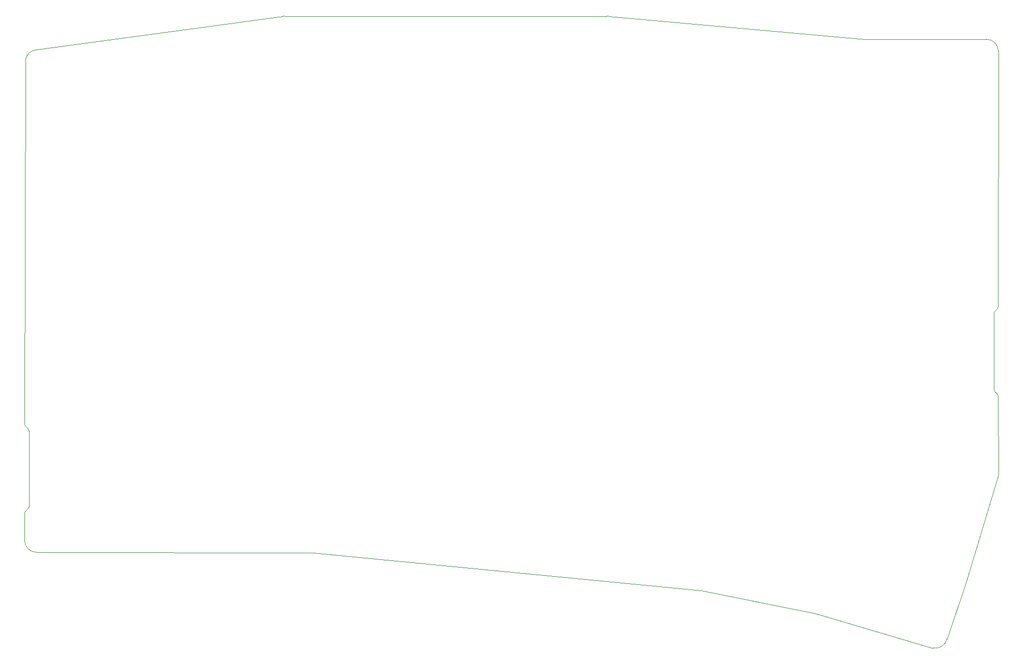
<source format=gbr>
%TF.GenerationSoftware,KiCad,Pcbnew,8.0.4+1*%
%TF.CreationDate,2024-08-17T00:02:36-04:00*%
%TF.ProjectId,iyada_baseplate,69796164-615f-4626-9173-65706c617465,rev?*%
%TF.SameCoordinates,Original*%
%TF.FileFunction,Profile,NP*%
%FSLAX46Y46*%
G04 Gerber Fmt 4.6, Leading zero omitted, Abs format (unit mm)*
G04 Created by KiCad (PCBNEW 8.0.4+1) date 2024-08-17 00:02:36*
%MOMM*%
%LPD*%
G01*
G04 APERTURE LIST*
%TA.AperFunction,Profile*%
%ADD10C,0.050000*%
%TD*%
G04 APERTURE END LIST*
D10*
X166333875Y-42935611D02*
X112959000Y-42935000D01*
X201000000Y-142010000D02*
X220504186Y-147771463D01*
X112582612Y-42971834D02*
X71847000Y-48512000D01*
X231081998Y-105484289D02*
G75*
G02*
X230675021Y-104840000I306502J644289D01*
G01*
X226130000Y-136700000D02*
X231406244Y-119039401D01*
X229396000Y-46767000D02*
X209231388Y-46768834D01*
X231406244Y-119039401D02*
X231386417Y-106067046D01*
X117530000Y-131950000D02*
X182090000Y-138200000D01*
X69738583Y-125487046D02*
G75*
G02*
X70145574Y-124842743I713417J46D01*
G01*
X230661537Y-92340000D02*
G75*
G02*
X231068535Y-91695711I713463J0D01*
G01*
X70033002Y-111115711D02*
G75*
G02*
X70439979Y-111760000I-306502J-644289D01*
G01*
X226130000Y-136700000D02*
X222876304Y-146230991D01*
X182090000Y-138200000D02*
X201000000Y-142010000D01*
X222876304Y-146230991D02*
G75*
G02*
X220504179Y-147771498I-1956304J415791D01*
G01*
X70445000Y-114260000D02*
X70450000Y-124260000D01*
X69847000Y-50512000D02*
G75*
G02*
X71847000Y-48512000I2000000J0D01*
G01*
X230665000Y-92340000D02*
X230670000Y-94840000D01*
X69728583Y-110532954D02*
X69847000Y-50512000D01*
X231081998Y-105484290D02*
G75*
G02*
X231386372Y-106067046I-405598J-582710D01*
G01*
X112582612Y-42971834D02*
G75*
G02*
X112959000Y-42934994I359888J-1735766D01*
G01*
X229396000Y-46767000D02*
G75*
G02*
X231396000Y-48767000I0J-2000000D01*
G01*
X71722286Y-131888214D02*
G75*
G02*
X69722286Y-129888214I14J2000014D01*
G01*
X209231388Y-46768834D02*
X166710263Y-42972445D01*
X70440000Y-111760000D02*
X70445000Y-114260000D01*
X71722286Y-131888214D02*
X117530000Y-131950000D01*
X70450000Y-124260000D02*
G75*
G02*
X70145581Y-124842756I-710000J0D01*
G01*
X230675000Y-104840000D02*
X230670000Y-94840000D01*
X69738583Y-125487046D02*
X69722286Y-129888214D01*
X231372954Y-91112954D02*
X231396000Y-48767000D01*
X70033002Y-111115710D02*
G75*
G02*
X69728628Y-110532954I405598J582710D01*
G01*
X231372954Y-91112954D02*
G75*
G02*
X231068545Y-91695725I-709954J-46D01*
G01*
X166333875Y-42935611D02*
G75*
G02*
X166710263Y-42972446I16525J-1772589D01*
G01*
M02*

</source>
